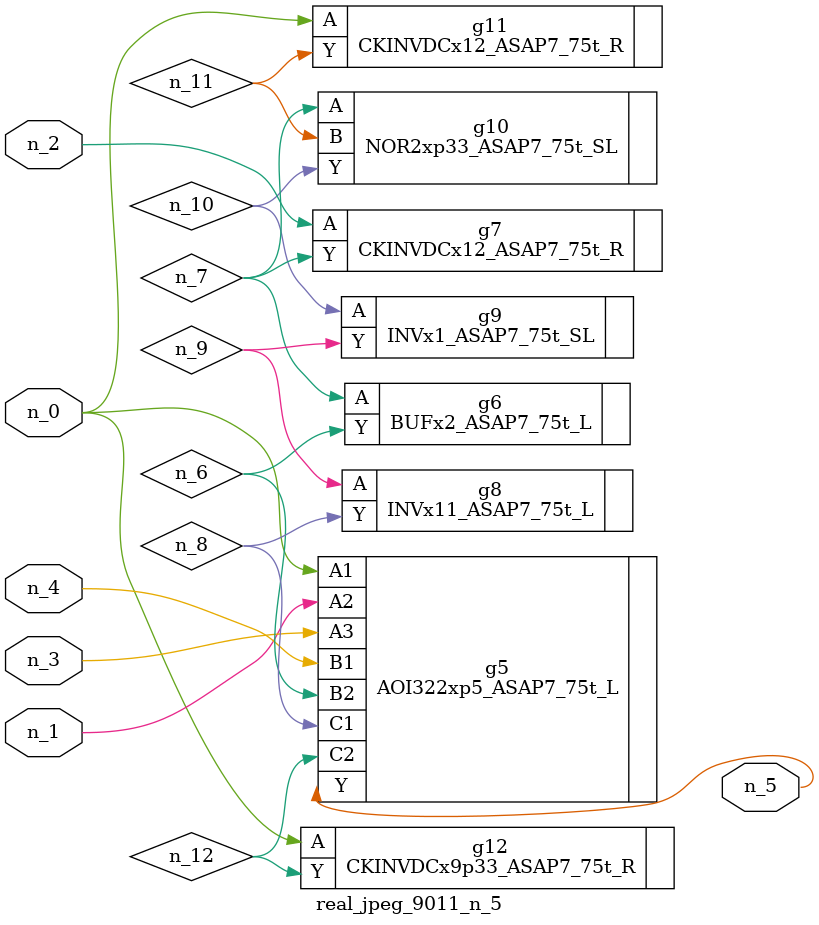
<source format=v>
module real_jpeg_9011_n_5 (n_4, n_0, n_1, n_2, n_3, n_5);

input n_4;
input n_0;
input n_1;
input n_2;
input n_3;

output n_5;

wire n_12;
wire n_8;
wire n_11;
wire n_6;
wire n_7;
wire n_10;
wire n_9;

AOI322xp5_ASAP7_75t_L g5 ( 
.A1(n_0),
.A2(n_1),
.A3(n_3),
.B1(n_4),
.B2(n_6),
.C1(n_8),
.C2(n_12),
.Y(n_5)
);

CKINVDCx12_ASAP7_75t_R g11 ( 
.A(n_0),
.Y(n_11)
);

CKINVDCx9p33_ASAP7_75t_R g12 ( 
.A(n_0),
.Y(n_12)
);

CKINVDCx12_ASAP7_75t_R g7 ( 
.A(n_2),
.Y(n_7)
);

BUFx2_ASAP7_75t_L g6 ( 
.A(n_7),
.Y(n_6)
);

NOR2xp33_ASAP7_75t_SL g10 ( 
.A(n_7),
.B(n_11),
.Y(n_10)
);

INVx11_ASAP7_75t_L g8 ( 
.A(n_9),
.Y(n_8)
);

INVx1_ASAP7_75t_SL g9 ( 
.A(n_10),
.Y(n_9)
);


endmodule
</source>
